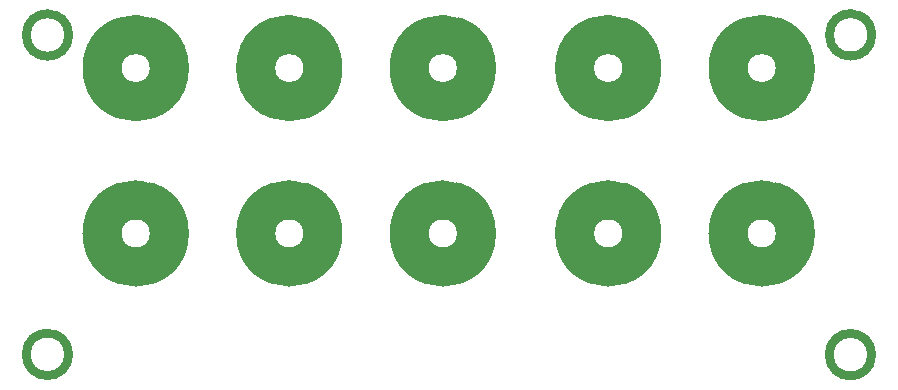
<source format=gbs>
G04 #@! TF.FileFunction,Soldermask,Bot*
%FSLAX46Y46*%
G04 Gerber Fmt 4.6, Leading zero omitted, Abs format (unit mm)*
G04 Created by KiCad (PCBNEW (2016-09-17 revision 679eef1)-makepkg) date 09/24/16 16:36:29*
%MOMM*%
%LPD*%
G01*
G04 APERTURE LIST*
%ADD10C,0.150000*%
%ADD11C,0.800000*%
%ADD12C,3.000000*%
%ADD13C,0.700000*%
%ADD14C,1.350000*%
G04 APERTURE END LIST*
D10*
D11*
X73750000Y-3980000D02*
G75*
G03X73750000Y-3980000I-1800000J0D01*
G01*
X73730000Y-31060000D02*
G75*
G03X73730000Y-31060000I-1800000J0D01*
G01*
X5740000Y-31030000D02*
G75*
G03X5740000Y-31030000I-1800000J0D01*
G01*
X5750000Y-3990000D02*
G75*
G03X5750000Y-3990000I-1800000J0D01*
G01*
D12*
X67080000Y-20790000D02*
G75*
G03X67080000Y-20790000I-2660000J0D01*
G01*
D13*
X67350000Y-18950000D02*
X67350000Y-22640000D01*
D14*
X68250000Y-20790000D02*
G75*
G03X68250000Y-20790000I-3830000J0D01*
G01*
D12*
X54080000Y-20790000D02*
G75*
G03X54080000Y-20790000I-2660000J0D01*
G01*
D13*
X54350000Y-18950000D02*
X54350000Y-22640000D01*
D14*
X55250000Y-20790000D02*
G75*
G03X55250000Y-20790000I-3830000J0D01*
G01*
D12*
X67080000Y-6790000D02*
G75*
G03X67080000Y-6790000I-2660000J0D01*
G01*
D13*
X67350000Y-4950000D02*
X67350000Y-8640000D01*
D14*
X68250000Y-6790000D02*
G75*
G03X68250000Y-6790000I-3830000J0D01*
G01*
D12*
X54080000Y-6790000D02*
G75*
G03X54080000Y-6790000I-2660000J0D01*
G01*
D13*
X54350000Y-4950000D02*
X54350000Y-8640000D01*
D14*
X55250000Y-6790000D02*
G75*
G03X55250000Y-6790000I-3830000J0D01*
G01*
D12*
X40080000Y-20790000D02*
G75*
G03X40080000Y-20790000I-2660000J0D01*
G01*
D13*
X40350000Y-18950000D02*
X40350000Y-22640000D01*
D14*
X41250000Y-20790000D02*
G75*
G03X41250000Y-20790000I-3830000J0D01*
G01*
D12*
X27080000Y-20790000D02*
G75*
G03X27080000Y-20790000I-2660000J0D01*
G01*
D13*
X27350000Y-18950000D02*
X27350000Y-22640000D01*
D14*
X28250000Y-20790000D02*
G75*
G03X28250000Y-20790000I-3830000J0D01*
G01*
D12*
X14080000Y-20790000D02*
G75*
G03X14080000Y-20790000I-2660000J0D01*
G01*
D13*
X14350000Y-18950000D02*
X14350000Y-22640000D01*
D14*
X15250000Y-20790000D02*
G75*
G03X15250000Y-20790000I-3830000J0D01*
G01*
D12*
X40080000Y-6790000D02*
G75*
G03X40080000Y-6790000I-2660000J0D01*
G01*
D13*
X40350000Y-4950000D02*
X40350000Y-8640000D01*
D14*
X41250000Y-6790000D02*
G75*
G03X41250000Y-6790000I-3830000J0D01*
G01*
D12*
X27080000Y-6790000D02*
G75*
G03X27080000Y-6790000I-2660000J0D01*
G01*
D13*
X27350000Y-4950000D02*
X27350000Y-8640000D01*
D14*
X28250000Y-6790000D02*
G75*
G03X28250000Y-6790000I-3830000J0D01*
G01*
D12*
X14080000Y-6790000D02*
G75*
G03X14080000Y-6790000I-2660000J0D01*
G01*
D13*
X14350000Y-4950000D02*
X14350000Y-8640000D01*
D14*
X15250000Y-6790000D02*
G75*
G03X15250000Y-6790000I-3830000J0D01*
G01*
M02*

</source>
